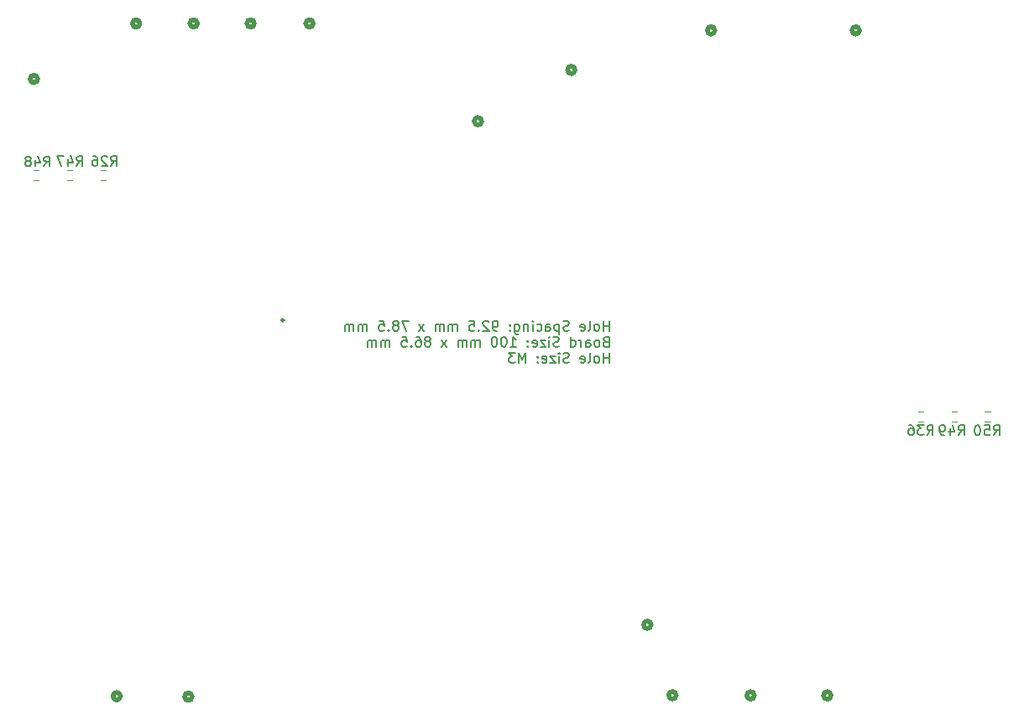
<source format=gbr>
%TF.GenerationSoftware,KiCad,Pcbnew,7.0.6*%
%TF.CreationDate,2024-03-10T14:45:18-07:00*%
%TF.ProjectId,MainBoard,4d61696e-426f-4617-9264-2e6b69636164,0.2*%
%TF.SameCoordinates,Original*%
%TF.FileFunction,Legend,Bot*%
%TF.FilePolarity,Positive*%
%FSLAX46Y46*%
G04 Gerber Fmt 4.6, Leading zero omitted, Abs format (unit mm)*
G04 Created by KiCad (PCBNEW 7.0.6) date 2024-03-10 14:45:18*
%MOMM*%
%LPD*%
G01*
G04 APERTURE LIST*
%ADD10C,0.150000*%
%ADD11C,0.508000*%
%ADD12C,0.254000*%
%ADD13C,0.120000*%
G04 APERTURE END LIST*
D10*
X225213220Y-129449819D02*
X225213220Y-128449819D01*
X225213220Y-128926009D02*
X224641792Y-128926009D01*
X224641792Y-129449819D02*
X224641792Y-128449819D01*
X224022744Y-129449819D02*
X224117982Y-129402200D01*
X224117982Y-129402200D02*
X224165601Y-129354580D01*
X224165601Y-129354580D02*
X224213220Y-129259342D01*
X224213220Y-129259342D02*
X224213220Y-128973628D01*
X224213220Y-128973628D02*
X224165601Y-128878390D01*
X224165601Y-128878390D02*
X224117982Y-128830771D01*
X224117982Y-128830771D02*
X224022744Y-128783152D01*
X224022744Y-128783152D02*
X223879887Y-128783152D01*
X223879887Y-128783152D02*
X223784649Y-128830771D01*
X223784649Y-128830771D02*
X223737030Y-128878390D01*
X223737030Y-128878390D02*
X223689411Y-128973628D01*
X223689411Y-128973628D02*
X223689411Y-129259342D01*
X223689411Y-129259342D02*
X223737030Y-129354580D01*
X223737030Y-129354580D02*
X223784649Y-129402200D01*
X223784649Y-129402200D02*
X223879887Y-129449819D01*
X223879887Y-129449819D02*
X224022744Y-129449819D01*
X223117982Y-129449819D02*
X223213220Y-129402200D01*
X223213220Y-129402200D02*
X223260839Y-129306961D01*
X223260839Y-129306961D02*
X223260839Y-128449819D01*
X222356077Y-129402200D02*
X222451315Y-129449819D01*
X222451315Y-129449819D02*
X222641791Y-129449819D01*
X222641791Y-129449819D02*
X222737029Y-129402200D01*
X222737029Y-129402200D02*
X222784648Y-129306961D01*
X222784648Y-129306961D02*
X222784648Y-128926009D01*
X222784648Y-128926009D02*
X222737029Y-128830771D01*
X222737029Y-128830771D02*
X222641791Y-128783152D01*
X222641791Y-128783152D02*
X222451315Y-128783152D01*
X222451315Y-128783152D02*
X222356077Y-128830771D01*
X222356077Y-128830771D02*
X222308458Y-128926009D01*
X222308458Y-128926009D02*
X222308458Y-129021247D01*
X222308458Y-129021247D02*
X222784648Y-129116485D01*
X221165600Y-129402200D02*
X221022743Y-129449819D01*
X221022743Y-129449819D02*
X220784648Y-129449819D01*
X220784648Y-129449819D02*
X220689410Y-129402200D01*
X220689410Y-129402200D02*
X220641791Y-129354580D01*
X220641791Y-129354580D02*
X220594172Y-129259342D01*
X220594172Y-129259342D02*
X220594172Y-129164104D01*
X220594172Y-129164104D02*
X220641791Y-129068866D01*
X220641791Y-129068866D02*
X220689410Y-129021247D01*
X220689410Y-129021247D02*
X220784648Y-128973628D01*
X220784648Y-128973628D02*
X220975124Y-128926009D01*
X220975124Y-128926009D02*
X221070362Y-128878390D01*
X221070362Y-128878390D02*
X221117981Y-128830771D01*
X221117981Y-128830771D02*
X221165600Y-128735533D01*
X221165600Y-128735533D02*
X221165600Y-128640295D01*
X221165600Y-128640295D02*
X221117981Y-128545057D01*
X221117981Y-128545057D02*
X221070362Y-128497438D01*
X221070362Y-128497438D02*
X220975124Y-128449819D01*
X220975124Y-128449819D02*
X220737029Y-128449819D01*
X220737029Y-128449819D02*
X220594172Y-128497438D01*
X220165600Y-128783152D02*
X220165600Y-129783152D01*
X220165600Y-128830771D02*
X220070362Y-128783152D01*
X220070362Y-128783152D02*
X219879886Y-128783152D01*
X219879886Y-128783152D02*
X219784648Y-128830771D01*
X219784648Y-128830771D02*
X219737029Y-128878390D01*
X219737029Y-128878390D02*
X219689410Y-128973628D01*
X219689410Y-128973628D02*
X219689410Y-129259342D01*
X219689410Y-129259342D02*
X219737029Y-129354580D01*
X219737029Y-129354580D02*
X219784648Y-129402200D01*
X219784648Y-129402200D02*
X219879886Y-129449819D01*
X219879886Y-129449819D02*
X220070362Y-129449819D01*
X220070362Y-129449819D02*
X220165600Y-129402200D01*
X218832267Y-129449819D02*
X218832267Y-128926009D01*
X218832267Y-128926009D02*
X218879886Y-128830771D01*
X218879886Y-128830771D02*
X218975124Y-128783152D01*
X218975124Y-128783152D02*
X219165600Y-128783152D01*
X219165600Y-128783152D02*
X219260838Y-128830771D01*
X218832267Y-129402200D02*
X218927505Y-129449819D01*
X218927505Y-129449819D02*
X219165600Y-129449819D01*
X219165600Y-129449819D02*
X219260838Y-129402200D01*
X219260838Y-129402200D02*
X219308457Y-129306961D01*
X219308457Y-129306961D02*
X219308457Y-129211723D01*
X219308457Y-129211723D02*
X219260838Y-129116485D01*
X219260838Y-129116485D02*
X219165600Y-129068866D01*
X219165600Y-129068866D02*
X218927505Y-129068866D01*
X218927505Y-129068866D02*
X218832267Y-129021247D01*
X217927505Y-129402200D02*
X218022743Y-129449819D01*
X218022743Y-129449819D02*
X218213219Y-129449819D01*
X218213219Y-129449819D02*
X218308457Y-129402200D01*
X218308457Y-129402200D02*
X218356076Y-129354580D01*
X218356076Y-129354580D02*
X218403695Y-129259342D01*
X218403695Y-129259342D02*
X218403695Y-128973628D01*
X218403695Y-128973628D02*
X218356076Y-128878390D01*
X218356076Y-128878390D02*
X218308457Y-128830771D01*
X218308457Y-128830771D02*
X218213219Y-128783152D01*
X218213219Y-128783152D02*
X218022743Y-128783152D01*
X218022743Y-128783152D02*
X217927505Y-128830771D01*
X217498933Y-129449819D02*
X217498933Y-128783152D01*
X217498933Y-128449819D02*
X217546552Y-128497438D01*
X217546552Y-128497438D02*
X217498933Y-128545057D01*
X217498933Y-128545057D02*
X217451314Y-128497438D01*
X217451314Y-128497438D02*
X217498933Y-128449819D01*
X217498933Y-128449819D02*
X217498933Y-128545057D01*
X217022743Y-128783152D02*
X217022743Y-129449819D01*
X217022743Y-128878390D02*
X216975124Y-128830771D01*
X216975124Y-128830771D02*
X216879886Y-128783152D01*
X216879886Y-128783152D02*
X216737029Y-128783152D01*
X216737029Y-128783152D02*
X216641791Y-128830771D01*
X216641791Y-128830771D02*
X216594172Y-128926009D01*
X216594172Y-128926009D02*
X216594172Y-129449819D01*
X215689410Y-128783152D02*
X215689410Y-129592676D01*
X215689410Y-129592676D02*
X215737029Y-129687914D01*
X215737029Y-129687914D02*
X215784648Y-129735533D01*
X215784648Y-129735533D02*
X215879886Y-129783152D01*
X215879886Y-129783152D02*
X216022743Y-129783152D01*
X216022743Y-129783152D02*
X216117981Y-129735533D01*
X215689410Y-129402200D02*
X215784648Y-129449819D01*
X215784648Y-129449819D02*
X215975124Y-129449819D01*
X215975124Y-129449819D02*
X216070362Y-129402200D01*
X216070362Y-129402200D02*
X216117981Y-129354580D01*
X216117981Y-129354580D02*
X216165600Y-129259342D01*
X216165600Y-129259342D02*
X216165600Y-128973628D01*
X216165600Y-128973628D02*
X216117981Y-128878390D01*
X216117981Y-128878390D02*
X216070362Y-128830771D01*
X216070362Y-128830771D02*
X215975124Y-128783152D01*
X215975124Y-128783152D02*
X215784648Y-128783152D01*
X215784648Y-128783152D02*
X215689410Y-128830771D01*
X215213219Y-129354580D02*
X215165600Y-129402200D01*
X215165600Y-129402200D02*
X215213219Y-129449819D01*
X215213219Y-129449819D02*
X215260838Y-129402200D01*
X215260838Y-129402200D02*
X215213219Y-129354580D01*
X215213219Y-129354580D02*
X215213219Y-129449819D01*
X215213219Y-128830771D02*
X215165600Y-128878390D01*
X215165600Y-128878390D02*
X215213219Y-128926009D01*
X215213219Y-128926009D02*
X215260838Y-128878390D01*
X215260838Y-128878390D02*
X215213219Y-128830771D01*
X215213219Y-128830771D02*
X215213219Y-128926009D01*
X213927505Y-129449819D02*
X213737029Y-129449819D01*
X213737029Y-129449819D02*
X213641791Y-129402200D01*
X213641791Y-129402200D02*
X213594172Y-129354580D01*
X213594172Y-129354580D02*
X213498934Y-129211723D01*
X213498934Y-129211723D02*
X213451315Y-129021247D01*
X213451315Y-129021247D02*
X213451315Y-128640295D01*
X213451315Y-128640295D02*
X213498934Y-128545057D01*
X213498934Y-128545057D02*
X213546553Y-128497438D01*
X213546553Y-128497438D02*
X213641791Y-128449819D01*
X213641791Y-128449819D02*
X213832267Y-128449819D01*
X213832267Y-128449819D02*
X213927505Y-128497438D01*
X213927505Y-128497438D02*
X213975124Y-128545057D01*
X213975124Y-128545057D02*
X214022743Y-128640295D01*
X214022743Y-128640295D02*
X214022743Y-128878390D01*
X214022743Y-128878390D02*
X213975124Y-128973628D01*
X213975124Y-128973628D02*
X213927505Y-129021247D01*
X213927505Y-129021247D02*
X213832267Y-129068866D01*
X213832267Y-129068866D02*
X213641791Y-129068866D01*
X213641791Y-129068866D02*
X213546553Y-129021247D01*
X213546553Y-129021247D02*
X213498934Y-128973628D01*
X213498934Y-128973628D02*
X213451315Y-128878390D01*
X213070362Y-128545057D02*
X213022743Y-128497438D01*
X213022743Y-128497438D02*
X212927505Y-128449819D01*
X212927505Y-128449819D02*
X212689410Y-128449819D01*
X212689410Y-128449819D02*
X212594172Y-128497438D01*
X212594172Y-128497438D02*
X212546553Y-128545057D01*
X212546553Y-128545057D02*
X212498934Y-128640295D01*
X212498934Y-128640295D02*
X212498934Y-128735533D01*
X212498934Y-128735533D02*
X212546553Y-128878390D01*
X212546553Y-128878390D02*
X213117981Y-129449819D01*
X213117981Y-129449819D02*
X212498934Y-129449819D01*
X212070362Y-129354580D02*
X212022743Y-129402200D01*
X212022743Y-129402200D02*
X212070362Y-129449819D01*
X212070362Y-129449819D02*
X212117981Y-129402200D01*
X212117981Y-129402200D02*
X212070362Y-129354580D01*
X212070362Y-129354580D02*
X212070362Y-129449819D01*
X211117982Y-128449819D02*
X211594172Y-128449819D01*
X211594172Y-128449819D02*
X211641791Y-128926009D01*
X211641791Y-128926009D02*
X211594172Y-128878390D01*
X211594172Y-128878390D02*
X211498934Y-128830771D01*
X211498934Y-128830771D02*
X211260839Y-128830771D01*
X211260839Y-128830771D02*
X211165601Y-128878390D01*
X211165601Y-128878390D02*
X211117982Y-128926009D01*
X211117982Y-128926009D02*
X211070363Y-129021247D01*
X211070363Y-129021247D02*
X211070363Y-129259342D01*
X211070363Y-129259342D02*
X211117982Y-129354580D01*
X211117982Y-129354580D02*
X211165601Y-129402200D01*
X211165601Y-129402200D02*
X211260839Y-129449819D01*
X211260839Y-129449819D02*
X211498934Y-129449819D01*
X211498934Y-129449819D02*
X211594172Y-129402200D01*
X211594172Y-129402200D02*
X211641791Y-129354580D01*
X209879886Y-129449819D02*
X209879886Y-128783152D01*
X209879886Y-128878390D02*
X209832267Y-128830771D01*
X209832267Y-128830771D02*
X209737029Y-128783152D01*
X209737029Y-128783152D02*
X209594172Y-128783152D01*
X209594172Y-128783152D02*
X209498934Y-128830771D01*
X209498934Y-128830771D02*
X209451315Y-128926009D01*
X209451315Y-128926009D02*
X209451315Y-129449819D01*
X209451315Y-128926009D02*
X209403696Y-128830771D01*
X209403696Y-128830771D02*
X209308458Y-128783152D01*
X209308458Y-128783152D02*
X209165601Y-128783152D01*
X209165601Y-128783152D02*
X209070362Y-128830771D01*
X209070362Y-128830771D02*
X209022743Y-128926009D01*
X209022743Y-128926009D02*
X209022743Y-129449819D01*
X208546553Y-129449819D02*
X208546553Y-128783152D01*
X208546553Y-128878390D02*
X208498934Y-128830771D01*
X208498934Y-128830771D02*
X208403696Y-128783152D01*
X208403696Y-128783152D02*
X208260839Y-128783152D01*
X208260839Y-128783152D02*
X208165601Y-128830771D01*
X208165601Y-128830771D02*
X208117982Y-128926009D01*
X208117982Y-128926009D02*
X208117982Y-129449819D01*
X208117982Y-128926009D02*
X208070363Y-128830771D01*
X208070363Y-128830771D02*
X207975125Y-128783152D01*
X207975125Y-128783152D02*
X207832268Y-128783152D01*
X207832268Y-128783152D02*
X207737029Y-128830771D01*
X207737029Y-128830771D02*
X207689410Y-128926009D01*
X207689410Y-128926009D02*
X207689410Y-129449819D01*
X206546553Y-129449819D02*
X206022744Y-128783152D01*
X206546553Y-128783152D02*
X206022744Y-129449819D01*
X204975124Y-128449819D02*
X204308458Y-128449819D01*
X204308458Y-128449819D02*
X204737029Y-129449819D01*
X203784648Y-128878390D02*
X203879886Y-128830771D01*
X203879886Y-128830771D02*
X203927505Y-128783152D01*
X203927505Y-128783152D02*
X203975124Y-128687914D01*
X203975124Y-128687914D02*
X203975124Y-128640295D01*
X203975124Y-128640295D02*
X203927505Y-128545057D01*
X203927505Y-128545057D02*
X203879886Y-128497438D01*
X203879886Y-128497438D02*
X203784648Y-128449819D01*
X203784648Y-128449819D02*
X203594172Y-128449819D01*
X203594172Y-128449819D02*
X203498934Y-128497438D01*
X203498934Y-128497438D02*
X203451315Y-128545057D01*
X203451315Y-128545057D02*
X203403696Y-128640295D01*
X203403696Y-128640295D02*
X203403696Y-128687914D01*
X203403696Y-128687914D02*
X203451315Y-128783152D01*
X203451315Y-128783152D02*
X203498934Y-128830771D01*
X203498934Y-128830771D02*
X203594172Y-128878390D01*
X203594172Y-128878390D02*
X203784648Y-128878390D01*
X203784648Y-128878390D02*
X203879886Y-128926009D01*
X203879886Y-128926009D02*
X203927505Y-128973628D01*
X203927505Y-128973628D02*
X203975124Y-129068866D01*
X203975124Y-129068866D02*
X203975124Y-129259342D01*
X203975124Y-129259342D02*
X203927505Y-129354580D01*
X203927505Y-129354580D02*
X203879886Y-129402200D01*
X203879886Y-129402200D02*
X203784648Y-129449819D01*
X203784648Y-129449819D02*
X203594172Y-129449819D01*
X203594172Y-129449819D02*
X203498934Y-129402200D01*
X203498934Y-129402200D02*
X203451315Y-129354580D01*
X203451315Y-129354580D02*
X203403696Y-129259342D01*
X203403696Y-129259342D02*
X203403696Y-129068866D01*
X203403696Y-129068866D02*
X203451315Y-128973628D01*
X203451315Y-128973628D02*
X203498934Y-128926009D01*
X203498934Y-128926009D02*
X203594172Y-128878390D01*
X202975124Y-129354580D02*
X202927505Y-129402200D01*
X202927505Y-129402200D02*
X202975124Y-129449819D01*
X202975124Y-129449819D02*
X203022743Y-129402200D01*
X203022743Y-129402200D02*
X202975124Y-129354580D01*
X202975124Y-129354580D02*
X202975124Y-129449819D01*
X202022744Y-128449819D02*
X202498934Y-128449819D01*
X202498934Y-128449819D02*
X202546553Y-128926009D01*
X202546553Y-128926009D02*
X202498934Y-128878390D01*
X202498934Y-128878390D02*
X202403696Y-128830771D01*
X202403696Y-128830771D02*
X202165601Y-128830771D01*
X202165601Y-128830771D02*
X202070363Y-128878390D01*
X202070363Y-128878390D02*
X202022744Y-128926009D01*
X202022744Y-128926009D02*
X201975125Y-129021247D01*
X201975125Y-129021247D02*
X201975125Y-129259342D01*
X201975125Y-129259342D02*
X202022744Y-129354580D01*
X202022744Y-129354580D02*
X202070363Y-129402200D01*
X202070363Y-129402200D02*
X202165601Y-129449819D01*
X202165601Y-129449819D02*
X202403696Y-129449819D01*
X202403696Y-129449819D02*
X202498934Y-129402200D01*
X202498934Y-129402200D02*
X202546553Y-129354580D01*
X200784648Y-129449819D02*
X200784648Y-128783152D01*
X200784648Y-128878390D02*
X200737029Y-128830771D01*
X200737029Y-128830771D02*
X200641791Y-128783152D01*
X200641791Y-128783152D02*
X200498934Y-128783152D01*
X200498934Y-128783152D02*
X200403696Y-128830771D01*
X200403696Y-128830771D02*
X200356077Y-128926009D01*
X200356077Y-128926009D02*
X200356077Y-129449819D01*
X200356077Y-128926009D02*
X200308458Y-128830771D01*
X200308458Y-128830771D02*
X200213220Y-128783152D01*
X200213220Y-128783152D02*
X200070363Y-128783152D01*
X200070363Y-128783152D02*
X199975124Y-128830771D01*
X199975124Y-128830771D02*
X199927505Y-128926009D01*
X199927505Y-128926009D02*
X199927505Y-129449819D01*
X199451315Y-129449819D02*
X199451315Y-128783152D01*
X199451315Y-128878390D02*
X199403696Y-128830771D01*
X199403696Y-128830771D02*
X199308458Y-128783152D01*
X199308458Y-128783152D02*
X199165601Y-128783152D01*
X199165601Y-128783152D02*
X199070363Y-128830771D01*
X199070363Y-128830771D02*
X199022744Y-128926009D01*
X199022744Y-128926009D02*
X199022744Y-129449819D01*
X199022744Y-128926009D02*
X198975125Y-128830771D01*
X198975125Y-128830771D02*
X198879887Y-128783152D01*
X198879887Y-128783152D02*
X198737030Y-128783152D01*
X198737030Y-128783152D02*
X198641791Y-128830771D01*
X198641791Y-128830771D02*
X198594172Y-128926009D01*
X198594172Y-128926009D02*
X198594172Y-129449819D01*
X224879887Y-130536009D02*
X224737030Y-130583628D01*
X224737030Y-130583628D02*
X224689411Y-130631247D01*
X224689411Y-130631247D02*
X224641792Y-130726485D01*
X224641792Y-130726485D02*
X224641792Y-130869342D01*
X224641792Y-130869342D02*
X224689411Y-130964580D01*
X224689411Y-130964580D02*
X224737030Y-131012200D01*
X224737030Y-131012200D02*
X224832268Y-131059819D01*
X224832268Y-131059819D02*
X225213220Y-131059819D01*
X225213220Y-131059819D02*
X225213220Y-130059819D01*
X225213220Y-130059819D02*
X224879887Y-130059819D01*
X224879887Y-130059819D02*
X224784649Y-130107438D01*
X224784649Y-130107438D02*
X224737030Y-130155057D01*
X224737030Y-130155057D02*
X224689411Y-130250295D01*
X224689411Y-130250295D02*
X224689411Y-130345533D01*
X224689411Y-130345533D02*
X224737030Y-130440771D01*
X224737030Y-130440771D02*
X224784649Y-130488390D01*
X224784649Y-130488390D02*
X224879887Y-130536009D01*
X224879887Y-130536009D02*
X225213220Y-130536009D01*
X224070363Y-131059819D02*
X224165601Y-131012200D01*
X224165601Y-131012200D02*
X224213220Y-130964580D01*
X224213220Y-130964580D02*
X224260839Y-130869342D01*
X224260839Y-130869342D02*
X224260839Y-130583628D01*
X224260839Y-130583628D02*
X224213220Y-130488390D01*
X224213220Y-130488390D02*
X224165601Y-130440771D01*
X224165601Y-130440771D02*
X224070363Y-130393152D01*
X224070363Y-130393152D02*
X223927506Y-130393152D01*
X223927506Y-130393152D02*
X223832268Y-130440771D01*
X223832268Y-130440771D02*
X223784649Y-130488390D01*
X223784649Y-130488390D02*
X223737030Y-130583628D01*
X223737030Y-130583628D02*
X223737030Y-130869342D01*
X223737030Y-130869342D02*
X223784649Y-130964580D01*
X223784649Y-130964580D02*
X223832268Y-131012200D01*
X223832268Y-131012200D02*
X223927506Y-131059819D01*
X223927506Y-131059819D02*
X224070363Y-131059819D01*
X222879887Y-131059819D02*
X222879887Y-130536009D01*
X222879887Y-130536009D02*
X222927506Y-130440771D01*
X222927506Y-130440771D02*
X223022744Y-130393152D01*
X223022744Y-130393152D02*
X223213220Y-130393152D01*
X223213220Y-130393152D02*
X223308458Y-130440771D01*
X222879887Y-131012200D02*
X222975125Y-131059819D01*
X222975125Y-131059819D02*
X223213220Y-131059819D01*
X223213220Y-131059819D02*
X223308458Y-131012200D01*
X223308458Y-131012200D02*
X223356077Y-130916961D01*
X223356077Y-130916961D02*
X223356077Y-130821723D01*
X223356077Y-130821723D02*
X223308458Y-130726485D01*
X223308458Y-130726485D02*
X223213220Y-130678866D01*
X223213220Y-130678866D02*
X222975125Y-130678866D01*
X222975125Y-130678866D02*
X222879887Y-130631247D01*
X222403696Y-131059819D02*
X222403696Y-130393152D01*
X222403696Y-130583628D02*
X222356077Y-130488390D01*
X222356077Y-130488390D02*
X222308458Y-130440771D01*
X222308458Y-130440771D02*
X222213220Y-130393152D01*
X222213220Y-130393152D02*
X222117982Y-130393152D01*
X221356077Y-131059819D02*
X221356077Y-130059819D01*
X221356077Y-131012200D02*
X221451315Y-131059819D01*
X221451315Y-131059819D02*
X221641791Y-131059819D01*
X221641791Y-131059819D02*
X221737029Y-131012200D01*
X221737029Y-131012200D02*
X221784648Y-130964580D01*
X221784648Y-130964580D02*
X221832267Y-130869342D01*
X221832267Y-130869342D02*
X221832267Y-130583628D01*
X221832267Y-130583628D02*
X221784648Y-130488390D01*
X221784648Y-130488390D02*
X221737029Y-130440771D01*
X221737029Y-130440771D02*
X221641791Y-130393152D01*
X221641791Y-130393152D02*
X221451315Y-130393152D01*
X221451315Y-130393152D02*
X221356077Y-130440771D01*
X220165600Y-131012200D02*
X220022743Y-131059819D01*
X220022743Y-131059819D02*
X219784648Y-131059819D01*
X219784648Y-131059819D02*
X219689410Y-131012200D01*
X219689410Y-131012200D02*
X219641791Y-130964580D01*
X219641791Y-130964580D02*
X219594172Y-130869342D01*
X219594172Y-130869342D02*
X219594172Y-130774104D01*
X219594172Y-130774104D02*
X219641791Y-130678866D01*
X219641791Y-130678866D02*
X219689410Y-130631247D01*
X219689410Y-130631247D02*
X219784648Y-130583628D01*
X219784648Y-130583628D02*
X219975124Y-130536009D01*
X219975124Y-130536009D02*
X220070362Y-130488390D01*
X220070362Y-130488390D02*
X220117981Y-130440771D01*
X220117981Y-130440771D02*
X220165600Y-130345533D01*
X220165600Y-130345533D02*
X220165600Y-130250295D01*
X220165600Y-130250295D02*
X220117981Y-130155057D01*
X220117981Y-130155057D02*
X220070362Y-130107438D01*
X220070362Y-130107438D02*
X219975124Y-130059819D01*
X219975124Y-130059819D02*
X219737029Y-130059819D01*
X219737029Y-130059819D02*
X219594172Y-130107438D01*
X219165600Y-131059819D02*
X219165600Y-130393152D01*
X219165600Y-130059819D02*
X219213219Y-130107438D01*
X219213219Y-130107438D02*
X219165600Y-130155057D01*
X219165600Y-130155057D02*
X219117981Y-130107438D01*
X219117981Y-130107438D02*
X219165600Y-130059819D01*
X219165600Y-130059819D02*
X219165600Y-130155057D01*
X218784648Y-130393152D02*
X218260839Y-130393152D01*
X218260839Y-130393152D02*
X218784648Y-131059819D01*
X218784648Y-131059819D02*
X218260839Y-131059819D01*
X217498934Y-131012200D02*
X217594172Y-131059819D01*
X217594172Y-131059819D02*
X217784648Y-131059819D01*
X217784648Y-131059819D02*
X217879886Y-131012200D01*
X217879886Y-131012200D02*
X217927505Y-130916961D01*
X217927505Y-130916961D02*
X217927505Y-130536009D01*
X217927505Y-130536009D02*
X217879886Y-130440771D01*
X217879886Y-130440771D02*
X217784648Y-130393152D01*
X217784648Y-130393152D02*
X217594172Y-130393152D01*
X217594172Y-130393152D02*
X217498934Y-130440771D01*
X217498934Y-130440771D02*
X217451315Y-130536009D01*
X217451315Y-130536009D02*
X217451315Y-130631247D01*
X217451315Y-130631247D02*
X217927505Y-130726485D01*
X217022743Y-130964580D02*
X216975124Y-131012200D01*
X216975124Y-131012200D02*
X217022743Y-131059819D01*
X217022743Y-131059819D02*
X217070362Y-131012200D01*
X217070362Y-131012200D02*
X217022743Y-130964580D01*
X217022743Y-130964580D02*
X217022743Y-131059819D01*
X217022743Y-130440771D02*
X216975124Y-130488390D01*
X216975124Y-130488390D02*
X217022743Y-130536009D01*
X217022743Y-130536009D02*
X217070362Y-130488390D01*
X217070362Y-130488390D02*
X217022743Y-130440771D01*
X217022743Y-130440771D02*
X217022743Y-130536009D01*
X215260839Y-131059819D02*
X215832267Y-131059819D01*
X215546553Y-131059819D02*
X215546553Y-130059819D01*
X215546553Y-130059819D02*
X215641791Y-130202676D01*
X215641791Y-130202676D02*
X215737029Y-130297914D01*
X215737029Y-130297914D02*
X215832267Y-130345533D01*
X214641791Y-130059819D02*
X214546553Y-130059819D01*
X214546553Y-130059819D02*
X214451315Y-130107438D01*
X214451315Y-130107438D02*
X214403696Y-130155057D01*
X214403696Y-130155057D02*
X214356077Y-130250295D01*
X214356077Y-130250295D02*
X214308458Y-130440771D01*
X214308458Y-130440771D02*
X214308458Y-130678866D01*
X214308458Y-130678866D02*
X214356077Y-130869342D01*
X214356077Y-130869342D02*
X214403696Y-130964580D01*
X214403696Y-130964580D02*
X214451315Y-131012200D01*
X214451315Y-131012200D02*
X214546553Y-131059819D01*
X214546553Y-131059819D02*
X214641791Y-131059819D01*
X214641791Y-131059819D02*
X214737029Y-131012200D01*
X214737029Y-131012200D02*
X214784648Y-130964580D01*
X214784648Y-130964580D02*
X214832267Y-130869342D01*
X214832267Y-130869342D02*
X214879886Y-130678866D01*
X214879886Y-130678866D02*
X214879886Y-130440771D01*
X214879886Y-130440771D02*
X214832267Y-130250295D01*
X214832267Y-130250295D02*
X214784648Y-130155057D01*
X214784648Y-130155057D02*
X214737029Y-130107438D01*
X214737029Y-130107438D02*
X214641791Y-130059819D01*
X213689410Y-130059819D02*
X213594172Y-130059819D01*
X213594172Y-130059819D02*
X213498934Y-130107438D01*
X213498934Y-130107438D02*
X213451315Y-130155057D01*
X213451315Y-130155057D02*
X213403696Y-130250295D01*
X213403696Y-130250295D02*
X213356077Y-130440771D01*
X213356077Y-130440771D02*
X213356077Y-130678866D01*
X213356077Y-130678866D02*
X213403696Y-130869342D01*
X213403696Y-130869342D02*
X213451315Y-130964580D01*
X213451315Y-130964580D02*
X213498934Y-131012200D01*
X213498934Y-131012200D02*
X213594172Y-131059819D01*
X213594172Y-131059819D02*
X213689410Y-131059819D01*
X213689410Y-131059819D02*
X213784648Y-131012200D01*
X213784648Y-131012200D02*
X213832267Y-130964580D01*
X213832267Y-130964580D02*
X213879886Y-130869342D01*
X213879886Y-130869342D02*
X213927505Y-130678866D01*
X213927505Y-130678866D02*
X213927505Y-130440771D01*
X213927505Y-130440771D02*
X213879886Y-130250295D01*
X213879886Y-130250295D02*
X213832267Y-130155057D01*
X213832267Y-130155057D02*
X213784648Y-130107438D01*
X213784648Y-130107438D02*
X213689410Y-130059819D01*
X212165600Y-131059819D02*
X212165600Y-130393152D01*
X212165600Y-130488390D02*
X212117981Y-130440771D01*
X212117981Y-130440771D02*
X212022743Y-130393152D01*
X212022743Y-130393152D02*
X211879886Y-130393152D01*
X211879886Y-130393152D02*
X211784648Y-130440771D01*
X211784648Y-130440771D02*
X211737029Y-130536009D01*
X211737029Y-130536009D02*
X211737029Y-131059819D01*
X211737029Y-130536009D02*
X211689410Y-130440771D01*
X211689410Y-130440771D02*
X211594172Y-130393152D01*
X211594172Y-130393152D02*
X211451315Y-130393152D01*
X211451315Y-130393152D02*
X211356076Y-130440771D01*
X211356076Y-130440771D02*
X211308457Y-130536009D01*
X211308457Y-130536009D02*
X211308457Y-131059819D01*
X210832267Y-131059819D02*
X210832267Y-130393152D01*
X210832267Y-130488390D02*
X210784648Y-130440771D01*
X210784648Y-130440771D02*
X210689410Y-130393152D01*
X210689410Y-130393152D02*
X210546553Y-130393152D01*
X210546553Y-130393152D02*
X210451315Y-130440771D01*
X210451315Y-130440771D02*
X210403696Y-130536009D01*
X210403696Y-130536009D02*
X210403696Y-131059819D01*
X210403696Y-130536009D02*
X210356077Y-130440771D01*
X210356077Y-130440771D02*
X210260839Y-130393152D01*
X210260839Y-130393152D02*
X210117982Y-130393152D01*
X210117982Y-130393152D02*
X210022743Y-130440771D01*
X210022743Y-130440771D02*
X209975124Y-130536009D01*
X209975124Y-130536009D02*
X209975124Y-131059819D01*
X208832267Y-131059819D02*
X208308458Y-130393152D01*
X208832267Y-130393152D02*
X208308458Y-131059819D01*
X207022743Y-130488390D02*
X207117981Y-130440771D01*
X207117981Y-130440771D02*
X207165600Y-130393152D01*
X207165600Y-130393152D02*
X207213219Y-130297914D01*
X207213219Y-130297914D02*
X207213219Y-130250295D01*
X207213219Y-130250295D02*
X207165600Y-130155057D01*
X207165600Y-130155057D02*
X207117981Y-130107438D01*
X207117981Y-130107438D02*
X207022743Y-130059819D01*
X207022743Y-130059819D02*
X206832267Y-130059819D01*
X206832267Y-130059819D02*
X206737029Y-130107438D01*
X206737029Y-130107438D02*
X206689410Y-130155057D01*
X206689410Y-130155057D02*
X206641791Y-130250295D01*
X206641791Y-130250295D02*
X206641791Y-130297914D01*
X206641791Y-130297914D02*
X206689410Y-130393152D01*
X206689410Y-130393152D02*
X206737029Y-130440771D01*
X206737029Y-130440771D02*
X206832267Y-130488390D01*
X206832267Y-130488390D02*
X207022743Y-130488390D01*
X207022743Y-130488390D02*
X207117981Y-130536009D01*
X207117981Y-130536009D02*
X207165600Y-130583628D01*
X207165600Y-130583628D02*
X207213219Y-130678866D01*
X207213219Y-130678866D02*
X207213219Y-130869342D01*
X207213219Y-130869342D02*
X207165600Y-130964580D01*
X207165600Y-130964580D02*
X207117981Y-131012200D01*
X207117981Y-131012200D02*
X207022743Y-131059819D01*
X207022743Y-131059819D02*
X206832267Y-131059819D01*
X206832267Y-131059819D02*
X206737029Y-131012200D01*
X206737029Y-131012200D02*
X206689410Y-130964580D01*
X206689410Y-130964580D02*
X206641791Y-130869342D01*
X206641791Y-130869342D02*
X206641791Y-130678866D01*
X206641791Y-130678866D02*
X206689410Y-130583628D01*
X206689410Y-130583628D02*
X206737029Y-130536009D01*
X206737029Y-130536009D02*
X206832267Y-130488390D01*
X205784648Y-130059819D02*
X205975124Y-130059819D01*
X205975124Y-130059819D02*
X206070362Y-130107438D01*
X206070362Y-130107438D02*
X206117981Y-130155057D01*
X206117981Y-130155057D02*
X206213219Y-130297914D01*
X206213219Y-130297914D02*
X206260838Y-130488390D01*
X206260838Y-130488390D02*
X206260838Y-130869342D01*
X206260838Y-130869342D02*
X206213219Y-130964580D01*
X206213219Y-130964580D02*
X206165600Y-131012200D01*
X206165600Y-131012200D02*
X206070362Y-131059819D01*
X206070362Y-131059819D02*
X205879886Y-131059819D01*
X205879886Y-131059819D02*
X205784648Y-131012200D01*
X205784648Y-131012200D02*
X205737029Y-130964580D01*
X205737029Y-130964580D02*
X205689410Y-130869342D01*
X205689410Y-130869342D02*
X205689410Y-130631247D01*
X205689410Y-130631247D02*
X205737029Y-130536009D01*
X205737029Y-130536009D02*
X205784648Y-130488390D01*
X205784648Y-130488390D02*
X205879886Y-130440771D01*
X205879886Y-130440771D02*
X206070362Y-130440771D01*
X206070362Y-130440771D02*
X206165600Y-130488390D01*
X206165600Y-130488390D02*
X206213219Y-130536009D01*
X206213219Y-130536009D02*
X206260838Y-130631247D01*
X205260838Y-130964580D02*
X205213219Y-131012200D01*
X205213219Y-131012200D02*
X205260838Y-131059819D01*
X205260838Y-131059819D02*
X205308457Y-131012200D01*
X205308457Y-131012200D02*
X205260838Y-130964580D01*
X205260838Y-130964580D02*
X205260838Y-131059819D01*
X204308458Y-130059819D02*
X204784648Y-130059819D01*
X204784648Y-130059819D02*
X204832267Y-130536009D01*
X204832267Y-130536009D02*
X204784648Y-130488390D01*
X204784648Y-130488390D02*
X204689410Y-130440771D01*
X204689410Y-130440771D02*
X204451315Y-130440771D01*
X204451315Y-130440771D02*
X204356077Y-130488390D01*
X204356077Y-130488390D02*
X204308458Y-130536009D01*
X204308458Y-130536009D02*
X204260839Y-130631247D01*
X204260839Y-130631247D02*
X204260839Y-130869342D01*
X204260839Y-130869342D02*
X204308458Y-130964580D01*
X204308458Y-130964580D02*
X204356077Y-131012200D01*
X204356077Y-131012200D02*
X204451315Y-131059819D01*
X204451315Y-131059819D02*
X204689410Y-131059819D01*
X204689410Y-131059819D02*
X204784648Y-131012200D01*
X204784648Y-131012200D02*
X204832267Y-130964580D01*
X203070362Y-131059819D02*
X203070362Y-130393152D01*
X203070362Y-130488390D02*
X203022743Y-130440771D01*
X203022743Y-130440771D02*
X202927505Y-130393152D01*
X202927505Y-130393152D02*
X202784648Y-130393152D01*
X202784648Y-130393152D02*
X202689410Y-130440771D01*
X202689410Y-130440771D02*
X202641791Y-130536009D01*
X202641791Y-130536009D02*
X202641791Y-131059819D01*
X202641791Y-130536009D02*
X202594172Y-130440771D01*
X202594172Y-130440771D02*
X202498934Y-130393152D01*
X202498934Y-130393152D02*
X202356077Y-130393152D01*
X202356077Y-130393152D02*
X202260838Y-130440771D01*
X202260838Y-130440771D02*
X202213219Y-130536009D01*
X202213219Y-130536009D02*
X202213219Y-131059819D01*
X201737029Y-131059819D02*
X201737029Y-130393152D01*
X201737029Y-130488390D02*
X201689410Y-130440771D01*
X201689410Y-130440771D02*
X201594172Y-130393152D01*
X201594172Y-130393152D02*
X201451315Y-130393152D01*
X201451315Y-130393152D02*
X201356077Y-130440771D01*
X201356077Y-130440771D02*
X201308458Y-130536009D01*
X201308458Y-130536009D02*
X201308458Y-131059819D01*
X201308458Y-130536009D02*
X201260839Y-130440771D01*
X201260839Y-130440771D02*
X201165601Y-130393152D01*
X201165601Y-130393152D02*
X201022744Y-130393152D01*
X201022744Y-130393152D02*
X200927505Y-130440771D01*
X200927505Y-130440771D02*
X200879886Y-130536009D01*
X200879886Y-130536009D02*
X200879886Y-131059819D01*
X225213220Y-132669819D02*
X225213220Y-131669819D01*
X225213220Y-132146009D02*
X224641792Y-132146009D01*
X224641792Y-132669819D02*
X224641792Y-131669819D01*
X224022744Y-132669819D02*
X224117982Y-132622200D01*
X224117982Y-132622200D02*
X224165601Y-132574580D01*
X224165601Y-132574580D02*
X224213220Y-132479342D01*
X224213220Y-132479342D02*
X224213220Y-132193628D01*
X224213220Y-132193628D02*
X224165601Y-132098390D01*
X224165601Y-132098390D02*
X224117982Y-132050771D01*
X224117982Y-132050771D02*
X224022744Y-132003152D01*
X224022744Y-132003152D02*
X223879887Y-132003152D01*
X223879887Y-132003152D02*
X223784649Y-132050771D01*
X223784649Y-132050771D02*
X223737030Y-132098390D01*
X223737030Y-132098390D02*
X223689411Y-132193628D01*
X223689411Y-132193628D02*
X223689411Y-132479342D01*
X223689411Y-132479342D02*
X223737030Y-132574580D01*
X223737030Y-132574580D02*
X223784649Y-132622200D01*
X223784649Y-132622200D02*
X223879887Y-132669819D01*
X223879887Y-132669819D02*
X224022744Y-132669819D01*
X223117982Y-132669819D02*
X223213220Y-132622200D01*
X223213220Y-132622200D02*
X223260839Y-132526961D01*
X223260839Y-132526961D02*
X223260839Y-131669819D01*
X222356077Y-132622200D02*
X222451315Y-132669819D01*
X222451315Y-132669819D02*
X222641791Y-132669819D01*
X222641791Y-132669819D02*
X222737029Y-132622200D01*
X222737029Y-132622200D02*
X222784648Y-132526961D01*
X222784648Y-132526961D02*
X222784648Y-132146009D01*
X222784648Y-132146009D02*
X222737029Y-132050771D01*
X222737029Y-132050771D02*
X222641791Y-132003152D01*
X222641791Y-132003152D02*
X222451315Y-132003152D01*
X222451315Y-132003152D02*
X222356077Y-132050771D01*
X222356077Y-132050771D02*
X222308458Y-132146009D01*
X222308458Y-132146009D02*
X222308458Y-132241247D01*
X222308458Y-132241247D02*
X222784648Y-132336485D01*
X221165600Y-132622200D02*
X221022743Y-132669819D01*
X221022743Y-132669819D02*
X220784648Y-132669819D01*
X220784648Y-132669819D02*
X220689410Y-132622200D01*
X220689410Y-132622200D02*
X220641791Y-132574580D01*
X220641791Y-132574580D02*
X220594172Y-132479342D01*
X220594172Y-132479342D02*
X220594172Y-132384104D01*
X220594172Y-132384104D02*
X220641791Y-132288866D01*
X220641791Y-132288866D02*
X220689410Y-132241247D01*
X220689410Y-132241247D02*
X220784648Y-132193628D01*
X220784648Y-132193628D02*
X220975124Y-132146009D01*
X220975124Y-132146009D02*
X221070362Y-132098390D01*
X221070362Y-132098390D02*
X221117981Y-132050771D01*
X221117981Y-132050771D02*
X221165600Y-131955533D01*
X221165600Y-131955533D02*
X221165600Y-131860295D01*
X221165600Y-131860295D02*
X221117981Y-131765057D01*
X221117981Y-131765057D02*
X221070362Y-131717438D01*
X221070362Y-131717438D02*
X220975124Y-131669819D01*
X220975124Y-131669819D02*
X220737029Y-131669819D01*
X220737029Y-131669819D02*
X220594172Y-131717438D01*
X220165600Y-132669819D02*
X220165600Y-132003152D01*
X220165600Y-131669819D02*
X220213219Y-131717438D01*
X220213219Y-131717438D02*
X220165600Y-131765057D01*
X220165600Y-131765057D02*
X220117981Y-131717438D01*
X220117981Y-131717438D02*
X220165600Y-131669819D01*
X220165600Y-131669819D02*
X220165600Y-131765057D01*
X219784648Y-132003152D02*
X219260839Y-132003152D01*
X219260839Y-132003152D02*
X219784648Y-132669819D01*
X219784648Y-132669819D02*
X219260839Y-132669819D01*
X218498934Y-132622200D02*
X218594172Y-132669819D01*
X218594172Y-132669819D02*
X218784648Y-132669819D01*
X218784648Y-132669819D02*
X218879886Y-132622200D01*
X218879886Y-132622200D02*
X218927505Y-132526961D01*
X218927505Y-132526961D02*
X218927505Y-132146009D01*
X218927505Y-132146009D02*
X218879886Y-132050771D01*
X218879886Y-132050771D02*
X218784648Y-132003152D01*
X218784648Y-132003152D02*
X218594172Y-132003152D01*
X218594172Y-132003152D02*
X218498934Y-132050771D01*
X218498934Y-132050771D02*
X218451315Y-132146009D01*
X218451315Y-132146009D02*
X218451315Y-132241247D01*
X218451315Y-132241247D02*
X218927505Y-132336485D01*
X218022743Y-132574580D02*
X217975124Y-132622200D01*
X217975124Y-132622200D02*
X218022743Y-132669819D01*
X218022743Y-132669819D02*
X218070362Y-132622200D01*
X218070362Y-132622200D02*
X218022743Y-132574580D01*
X218022743Y-132574580D02*
X218022743Y-132669819D01*
X218022743Y-132050771D02*
X217975124Y-132098390D01*
X217975124Y-132098390D02*
X218022743Y-132146009D01*
X218022743Y-132146009D02*
X218070362Y-132098390D01*
X218070362Y-132098390D02*
X218022743Y-132050771D01*
X218022743Y-132050771D02*
X218022743Y-132146009D01*
X216784648Y-132669819D02*
X216784648Y-131669819D01*
X216784648Y-131669819D02*
X216451315Y-132384104D01*
X216451315Y-132384104D02*
X216117982Y-131669819D01*
X216117982Y-131669819D02*
X216117982Y-132669819D01*
X215737029Y-131669819D02*
X215117982Y-131669819D01*
X215117982Y-131669819D02*
X215451315Y-132050771D01*
X215451315Y-132050771D02*
X215308458Y-132050771D01*
X215308458Y-132050771D02*
X215213220Y-132098390D01*
X215213220Y-132098390D02*
X215165601Y-132146009D01*
X215165601Y-132146009D02*
X215117982Y-132241247D01*
X215117982Y-132241247D02*
X215117982Y-132479342D01*
X215117982Y-132479342D02*
X215165601Y-132574580D01*
X215165601Y-132574580D02*
X215213220Y-132622200D01*
X215213220Y-132622200D02*
X215308458Y-132669819D01*
X215308458Y-132669819D02*
X215594172Y-132669819D01*
X215594172Y-132669819D02*
X215689410Y-132622200D01*
X215689410Y-132622200D02*
X215737029Y-132574580D01*
X260455357Y-139979819D02*
X260788690Y-139503628D01*
X261026785Y-139979819D02*
X261026785Y-138979819D01*
X261026785Y-138979819D02*
X260645833Y-138979819D01*
X260645833Y-138979819D02*
X260550595Y-139027438D01*
X260550595Y-139027438D02*
X260502976Y-139075057D01*
X260502976Y-139075057D02*
X260455357Y-139170295D01*
X260455357Y-139170295D02*
X260455357Y-139313152D01*
X260455357Y-139313152D02*
X260502976Y-139408390D01*
X260502976Y-139408390D02*
X260550595Y-139456009D01*
X260550595Y-139456009D02*
X260645833Y-139503628D01*
X260645833Y-139503628D02*
X261026785Y-139503628D01*
X259598214Y-139313152D02*
X259598214Y-139979819D01*
X259836309Y-138932200D02*
X260074404Y-139646485D01*
X260074404Y-139646485D02*
X259455357Y-139646485D01*
X259026785Y-139979819D02*
X258836309Y-139979819D01*
X258836309Y-139979819D02*
X258741071Y-139932200D01*
X258741071Y-139932200D02*
X258693452Y-139884580D01*
X258693452Y-139884580D02*
X258598214Y-139741723D01*
X258598214Y-139741723D02*
X258550595Y-139551247D01*
X258550595Y-139551247D02*
X258550595Y-139170295D01*
X258550595Y-139170295D02*
X258598214Y-139075057D01*
X258598214Y-139075057D02*
X258645833Y-139027438D01*
X258645833Y-139027438D02*
X258741071Y-138979819D01*
X258741071Y-138979819D02*
X258931547Y-138979819D01*
X258931547Y-138979819D02*
X259026785Y-139027438D01*
X259026785Y-139027438D02*
X259074404Y-139075057D01*
X259074404Y-139075057D02*
X259122023Y-139170295D01*
X259122023Y-139170295D02*
X259122023Y-139408390D01*
X259122023Y-139408390D02*
X259074404Y-139503628D01*
X259074404Y-139503628D02*
X259026785Y-139551247D01*
X259026785Y-139551247D02*
X258931547Y-139598866D01*
X258931547Y-139598866D02*
X258741071Y-139598866D01*
X258741071Y-139598866D02*
X258645833Y-139551247D01*
X258645833Y-139551247D02*
X258598214Y-139503628D01*
X258598214Y-139503628D02*
X258550595Y-139408390D01*
X174955357Y-112779819D02*
X175288690Y-112303628D01*
X175526785Y-112779819D02*
X175526785Y-111779819D01*
X175526785Y-111779819D02*
X175145833Y-111779819D01*
X175145833Y-111779819D02*
X175050595Y-111827438D01*
X175050595Y-111827438D02*
X175002976Y-111875057D01*
X175002976Y-111875057D02*
X174955357Y-111970295D01*
X174955357Y-111970295D02*
X174955357Y-112113152D01*
X174955357Y-112113152D02*
X175002976Y-112208390D01*
X175002976Y-112208390D02*
X175050595Y-112256009D01*
X175050595Y-112256009D02*
X175145833Y-112303628D01*
X175145833Y-112303628D02*
X175526785Y-112303628D01*
X174574404Y-111875057D02*
X174526785Y-111827438D01*
X174526785Y-111827438D02*
X174431547Y-111779819D01*
X174431547Y-111779819D02*
X174193452Y-111779819D01*
X174193452Y-111779819D02*
X174098214Y-111827438D01*
X174098214Y-111827438D02*
X174050595Y-111875057D01*
X174050595Y-111875057D02*
X174002976Y-111970295D01*
X174002976Y-111970295D02*
X174002976Y-112065533D01*
X174002976Y-112065533D02*
X174050595Y-112208390D01*
X174050595Y-112208390D02*
X174622023Y-112779819D01*
X174622023Y-112779819D02*
X174002976Y-112779819D01*
X173145833Y-111779819D02*
X173336309Y-111779819D01*
X173336309Y-111779819D02*
X173431547Y-111827438D01*
X173431547Y-111827438D02*
X173479166Y-111875057D01*
X173479166Y-111875057D02*
X173574404Y-112017914D01*
X173574404Y-112017914D02*
X173622023Y-112208390D01*
X173622023Y-112208390D02*
X173622023Y-112589342D01*
X173622023Y-112589342D02*
X173574404Y-112684580D01*
X173574404Y-112684580D02*
X173526785Y-112732200D01*
X173526785Y-112732200D02*
X173431547Y-112779819D01*
X173431547Y-112779819D02*
X173241071Y-112779819D01*
X173241071Y-112779819D02*
X173145833Y-112732200D01*
X173145833Y-112732200D02*
X173098214Y-112684580D01*
X173098214Y-112684580D02*
X173050595Y-112589342D01*
X173050595Y-112589342D02*
X173050595Y-112351247D01*
X173050595Y-112351247D02*
X173098214Y-112256009D01*
X173098214Y-112256009D02*
X173145833Y-112208390D01*
X173145833Y-112208390D02*
X173241071Y-112160771D01*
X173241071Y-112160771D02*
X173431547Y-112160771D01*
X173431547Y-112160771D02*
X173526785Y-112208390D01*
X173526785Y-112208390D02*
X173574404Y-112256009D01*
X173574404Y-112256009D02*
X173622023Y-112351247D01*
X257292857Y-139954819D02*
X257626190Y-139478628D01*
X257864285Y-139954819D02*
X257864285Y-138954819D01*
X257864285Y-138954819D02*
X257483333Y-138954819D01*
X257483333Y-138954819D02*
X257388095Y-139002438D01*
X257388095Y-139002438D02*
X257340476Y-139050057D01*
X257340476Y-139050057D02*
X257292857Y-139145295D01*
X257292857Y-139145295D02*
X257292857Y-139288152D01*
X257292857Y-139288152D02*
X257340476Y-139383390D01*
X257340476Y-139383390D02*
X257388095Y-139431009D01*
X257388095Y-139431009D02*
X257483333Y-139478628D01*
X257483333Y-139478628D02*
X257864285Y-139478628D01*
X256959523Y-138954819D02*
X256340476Y-138954819D01*
X256340476Y-138954819D02*
X256673809Y-139335771D01*
X256673809Y-139335771D02*
X256530952Y-139335771D01*
X256530952Y-139335771D02*
X256435714Y-139383390D01*
X256435714Y-139383390D02*
X256388095Y-139431009D01*
X256388095Y-139431009D02*
X256340476Y-139526247D01*
X256340476Y-139526247D02*
X256340476Y-139764342D01*
X256340476Y-139764342D02*
X256388095Y-139859580D01*
X256388095Y-139859580D02*
X256435714Y-139907200D01*
X256435714Y-139907200D02*
X256530952Y-139954819D01*
X256530952Y-139954819D02*
X256816666Y-139954819D01*
X256816666Y-139954819D02*
X256911904Y-139907200D01*
X256911904Y-139907200D02*
X256959523Y-139859580D01*
X255483333Y-138954819D02*
X255673809Y-138954819D01*
X255673809Y-138954819D02*
X255769047Y-139002438D01*
X255769047Y-139002438D02*
X255816666Y-139050057D01*
X255816666Y-139050057D02*
X255911904Y-139192914D01*
X255911904Y-139192914D02*
X255959523Y-139383390D01*
X255959523Y-139383390D02*
X255959523Y-139764342D01*
X255959523Y-139764342D02*
X255911904Y-139859580D01*
X255911904Y-139859580D02*
X255864285Y-139907200D01*
X255864285Y-139907200D02*
X255769047Y-139954819D01*
X255769047Y-139954819D02*
X255578571Y-139954819D01*
X255578571Y-139954819D02*
X255483333Y-139907200D01*
X255483333Y-139907200D02*
X255435714Y-139859580D01*
X255435714Y-139859580D02*
X255388095Y-139764342D01*
X255388095Y-139764342D02*
X255388095Y-139526247D01*
X255388095Y-139526247D02*
X255435714Y-139431009D01*
X255435714Y-139431009D02*
X255483333Y-139383390D01*
X255483333Y-139383390D02*
X255578571Y-139335771D01*
X255578571Y-139335771D02*
X255769047Y-139335771D01*
X255769047Y-139335771D02*
X255864285Y-139383390D01*
X255864285Y-139383390D02*
X255911904Y-139431009D01*
X255911904Y-139431009D02*
X255959523Y-139526247D01*
X171517857Y-112779819D02*
X171851190Y-112303628D01*
X172089285Y-112779819D02*
X172089285Y-111779819D01*
X172089285Y-111779819D02*
X171708333Y-111779819D01*
X171708333Y-111779819D02*
X171613095Y-111827438D01*
X171613095Y-111827438D02*
X171565476Y-111875057D01*
X171565476Y-111875057D02*
X171517857Y-111970295D01*
X171517857Y-111970295D02*
X171517857Y-112113152D01*
X171517857Y-112113152D02*
X171565476Y-112208390D01*
X171565476Y-112208390D02*
X171613095Y-112256009D01*
X171613095Y-112256009D02*
X171708333Y-112303628D01*
X171708333Y-112303628D02*
X172089285Y-112303628D01*
X170660714Y-112113152D02*
X170660714Y-112779819D01*
X170898809Y-111732200D02*
X171136904Y-112446485D01*
X171136904Y-112446485D02*
X170517857Y-112446485D01*
X170232142Y-111779819D02*
X169565476Y-111779819D01*
X169565476Y-111779819D02*
X169994047Y-112779819D01*
X168217857Y-112829819D02*
X168551190Y-112353628D01*
X168789285Y-112829819D02*
X168789285Y-111829819D01*
X168789285Y-111829819D02*
X168408333Y-111829819D01*
X168408333Y-111829819D02*
X168313095Y-111877438D01*
X168313095Y-111877438D02*
X168265476Y-111925057D01*
X168265476Y-111925057D02*
X168217857Y-112020295D01*
X168217857Y-112020295D02*
X168217857Y-112163152D01*
X168217857Y-112163152D02*
X168265476Y-112258390D01*
X168265476Y-112258390D02*
X168313095Y-112306009D01*
X168313095Y-112306009D02*
X168408333Y-112353628D01*
X168408333Y-112353628D02*
X168789285Y-112353628D01*
X167360714Y-112163152D02*
X167360714Y-112829819D01*
X167598809Y-111782200D02*
X167836904Y-112496485D01*
X167836904Y-112496485D02*
X167217857Y-112496485D01*
X166694047Y-112258390D02*
X166789285Y-112210771D01*
X166789285Y-112210771D02*
X166836904Y-112163152D01*
X166836904Y-112163152D02*
X166884523Y-112067914D01*
X166884523Y-112067914D02*
X166884523Y-112020295D01*
X166884523Y-112020295D02*
X166836904Y-111925057D01*
X166836904Y-111925057D02*
X166789285Y-111877438D01*
X166789285Y-111877438D02*
X166694047Y-111829819D01*
X166694047Y-111829819D02*
X166503571Y-111829819D01*
X166503571Y-111829819D02*
X166408333Y-111877438D01*
X166408333Y-111877438D02*
X166360714Y-111925057D01*
X166360714Y-111925057D02*
X166313095Y-112020295D01*
X166313095Y-112020295D02*
X166313095Y-112067914D01*
X166313095Y-112067914D02*
X166360714Y-112163152D01*
X166360714Y-112163152D02*
X166408333Y-112210771D01*
X166408333Y-112210771D02*
X166503571Y-112258390D01*
X166503571Y-112258390D02*
X166694047Y-112258390D01*
X166694047Y-112258390D02*
X166789285Y-112306009D01*
X166789285Y-112306009D02*
X166836904Y-112353628D01*
X166836904Y-112353628D02*
X166884523Y-112448866D01*
X166884523Y-112448866D02*
X166884523Y-112639342D01*
X166884523Y-112639342D02*
X166836904Y-112734580D01*
X166836904Y-112734580D02*
X166789285Y-112782200D01*
X166789285Y-112782200D02*
X166694047Y-112829819D01*
X166694047Y-112829819D02*
X166503571Y-112829819D01*
X166503571Y-112829819D02*
X166408333Y-112782200D01*
X166408333Y-112782200D02*
X166360714Y-112734580D01*
X166360714Y-112734580D02*
X166313095Y-112639342D01*
X166313095Y-112639342D02*
X166313095Y-112448866D01*
X166313095Y-112448866D02*
X166360714Y-112353628D01*
X166360714Y-112353628D02*
X166408333Y-112306009D01*
X166408333Y-112306009D02*
X166503571Y-112258390D01*
X264005357Y-139979819D02*
X264338690Y-139503628D01*
X264576785Y-139979819D02*
X264576785Y-138979819D01*
X264576785Y-138979819D02*
X264195833Y-138979819D01*
X264195833Y-138979819D02*
X264100595Y-139027438D01*
X264100595Y-139027438D02*
X264052976Y-139075057D01*
X264052976Y-139075057D02*
X264005357Y-139170295D01*
X264005357Y-139170295D02*
X264005357Y-139313152D01*
X264005357Y-139313152D02*
X264052976Y-139408390D01*
X264052976Y-139408390D02*
X264100595Y-139456009D01*
X264100595Y-139456009D02*
X264195833Y-139503628D01*
X264195833Y-139503628D02*
X264576785Y-139503628D01*
X263100595Y-138979819D02*
X263576785Y-138979819D01*
X263576785Y-138979819D02*
X263624404Y-139456009D01*
X263624404Y-139456009D02*
X263576785Y-139408390D01*
X263576785Y-139408390D02*
X263481547Y-139360771D01*
X263481547Y-139360771D02*
X263243452Y-139360771D01*
X263243452Y-139360771D02*
X263148214Y-139408390D01*
X263148214Y-139408390D02*
X263100595Y-139456009D01*
X263100595Y-139456009D02*
X263052976Y-139551247D01*
X263052976Y-139551247D02*
X263052976Y-139789342D01*
X263052976Y-139789342D02*
X263100595Y-139884580D01*
X263100595Y-139884580D02*
X263148214Y-139932200D01*
X263148214Y-139932200D02*
X263243452Y-139979819D01*
X263243452Y-139979819D02*
X263481547Y-139979819D01*
X263481547Y-139979819D02*
X263576785Y-139932200D01*
X263576785Y-139932200D02*
X263624404Y-139884580D01*
X262433928Y-138979819D02*
X262338690Y-138979819D01*
X262338690Y-138979819D02*
X262243452Y-139027438D01*
X262243452Y-139027438D02*
X262195833Y-139075057D01*
X262195833Y-139075057D02*
X262148214Y-139170295D01*
X262148214Y-139170295D02*
X262100595Y-139360771D01*
X262100595Y-139360771D02*
X262100595Y-139598866D01*
X262100595Y-139598866D02*
X262148214Y-139789342D01*
X262148214Y-139789342D02*
X262195833Y-139884580D01*
X262195833Y-139884580D02*
X262243452Y-139932200D01*
X262243452Y-139932200D02*
X262338690Y-139979819D01*
X262338690Y-139979819D02*
X262433928Y-139979819D01*
X262433928Y-139979819D02*
X262529166Y-139932200D01*
X262529166Y-139932200D02*
X262576785Y-139884580D01*
X262576785Y-139884580D02*
X262624404Y-139789342D01*
X262624404Y-139789342D02*
X262672023Y-139598866D01*
X262672023Y-139598866D02*
X262672023Y-139360771D01*
X262672023Y-139360771D02*
X262624404Y-139170295D01*
X262624404Y-139170295D02*
X262576785Y-139075057D01*
X262576785Y-139075057D02*
X262529166Y-139027438D01*
X262529166Y-139027438D02*
X262433928Y-138979819D01*
D11*
%TO.C,SW8*%
X189441000Y-98399000D02*
G75*
G03*
X189441000Y-98399000I-381000J0D01*
G01*
%TO.C,J15*%
X175931000Y-166351000D02*
G75*
G03*
X175931000Y-166351000I-381000J0D01*
G01*
%TO.C,J14*%
X183154800Y-166391000D02*
G75*
G03*
X183154800Y-166391000I-381000J0D01*
G01*
%TO.C,D8*%
X212372000Y-108276200D02*
G75*
G03*
X212372000Y-108276200I-381000J0D01*
G01*
%TO.C,SW6*%
X231991128Y-166252200D02*
G75*
G03*
X231991128Y-166252200I-381000J0D01*
G01*
%TO.C,SW10*%
X177891000Y-98399000D02*
G75*
G03*
X177891000Y-98399000I-381000J0D01*
G01*
%TO.C,SW4*%
X239871128Y-166276000D02*
G75*
G03*
X239871128Y-166276000I-381000J0D01*
G01*
%TO.C,SW5*%
X247611128Y-166276000D02*
G75*
G03*
X247611128Y-166276000I-381000J0D01*
G01*
D12*
%TO.C,SW1*%
X192427001Y-128369998D02*
G75*
G03*
X192427001Y-128369998I-127000J0D01*
G01*
D11*
%TO.C,SW3*%
X221790000Y-103087200D02*
G75*
G03*
X221790000Y-103087200I-381000J0D01*
G01*
%TO.C,J13*%
X229454800Y-159141000D02*
G75*
G03*
X229454800Y-159141000I-381000J0D01*
G01*
%TO.C,SW9*%
X183691000Y-98399000D02*
G75*
G03*
X183691000Y-98399000I-381000J0D01*
G01*
%TO.C,J6*%
X235881000Y-99100000D02*
G75*
G03*
X235881000Y-99100000I-381000J0D01*
G01*
%TO.C,SW7*%
X195381000Y-98399000D02*
G75*
G03*
X195381000Y-98399000I-381000J0D01*
G01*
%TO.C,J24*%
X167580000Y-104000000D02*
G75*
G03*
X167580000Y-104000000I-381000J0D01*
G01*
%TO.C,J5*%
X250481000Y-99099999D02*
G75*
G03*
X250481000Y-99099999I-381000J0D01*
G01*
D13*
%TO.C,R49*%
X260267224Y-138647500D02*
X259757776Y-138647500D01*
X260267224Y-137602500D02*
X259757776Y-137602500D01*
%TO.C,R26*%
X173932776Y-113177500D02*
X174442224Y-113177500D01*
X173932776Y-114222500D02*
X174442224Y-114222500D01*
%TO.C,R36*%
X256904724Y-138647500D02*
X256395276Y-138647500D01*
X256904724Y-137602500D02*
X256395276Y-137602500D01*
%TO.C,R47*%
X170557776Y-113177500D02*
X171067224Y-113177500D01*
X170557776Y-114222500D02*
X171067224Y-114222500D01*
%TO.C,R48*%
X167182776Y-113177500D02*
X167692224Y-113177500D01*
X167182776Y-114222500D02*
X167692224Y-114222500D01*
%TO.C,R50*%
X263642224Y-138647500D02*
X263132776Y-138647500D01*
X263642224Y-137602500D02*
X263132776Y-137602500D01*
%TD*%
M02*

</source>
